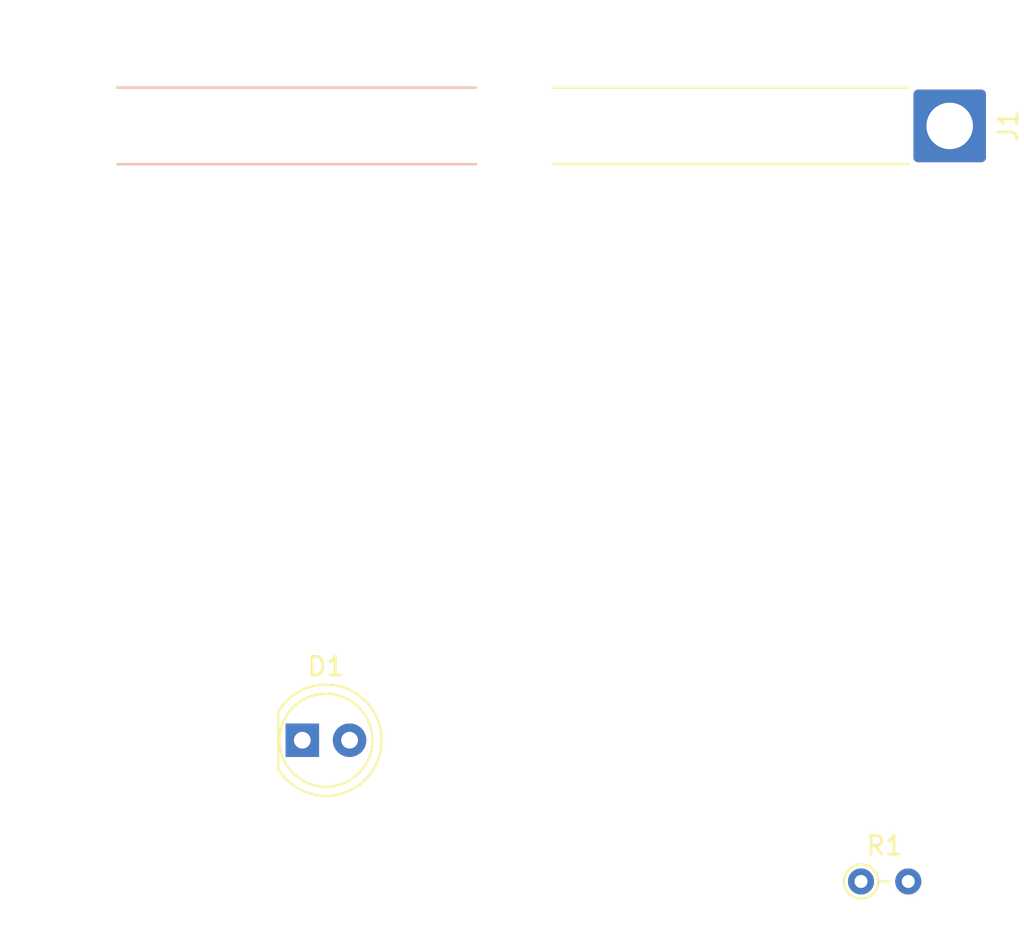
<source format=kicad_pcb>
(kicad_pcb (version 20171130) (host pcbnew "(5.1.7)-1")

  (general
    (thickness 1.6)
    (drawings 0)
    (tracks 0)
    (zones 0)
    (modules 3)
    (nets 4)
  )

  (page A4)
  (layers
    (0 F.Cu signal)
    (31 B.Cu signal)
    (32 B.Adhes user)
    (33 F.Adhes user)
    (34 B.Paste user)
    (35 F.Paste user)
    (36 B.SilkS user)
    (37 F.SilkS user)
    (38 B.Mask user)
    (39 F.Mask user)
    (40 Dwgs.User user)
    (41 Cmts.User user)
    (42 Eco1.User user)
    (43 Eco2.User user)
    (44 Edge.Cuts user)
    (45 Margin user)
    (46 B.CrtYd user)
    (47 F.CrtYd user)
    (48 B.Fab user)
    (49 F.Fab user)
  )

  (setup
    (last_trace_width 0.25)
    (trace_clearance 0.2)
    (zone_clearance 0.508)
    (zone_45_only no)
    (trace_min 0.2)
    (via_size 0.8)
    (via_drill 0.4)
    (via_min_size 0.4)
    (via_min_drill 0.3)
    (uvia_size 0.3)
    (uvia_drill 0.1)
    (uvias_allowed no)
    (uvia_min_size 0.2)
    (uvia_min_drill 0.1)
    (edge_width 0.05)
    (segment_width 0.2)
    (pcb_text_width 0.3)
    (pcb_text_size 1.5 1.5)
    (mod_edge_width 0.12)
    (mod_text_size 1 1)
    (mod_text_width 0.15)
    (pad_size 1.524 1.524)
    (pad_drill 0.762)
    (pad_to_mask_clearance 0)
    (aux_axis_origin 0 0)
    (visible_elements FFFFFF7F)
    (pcbplotparams
      (layerselection 0x010fc_ffffffff)
      (usegerberextensions false)
      (usegerberattributes true)
      (usegerberadvancedattributes true)
      (creategerberjobfile true)
      (excludeedgelayer true)
      (linewidth 0.100000)
      (plotframeref false)
      (viasonmask false)
      (mode 1)
      (useauxorigin false)
      (hpglpennumber 1)
      (hpglpenspeed 20)
      (hpglpendiameter 15.000000)
      (psnegative false)
      (psa4output false)
      (plotreference true)
      (plotvalue true)
      (plotinvisibletext false)
      (padsonsilk false)
      (subtractmaskfromsilk false)
      (outputformat 1)
      (mirror false)
      (drillshape 1)
      (scaleselection 1)
      (outputdirectory ""))
  )

  (net 0 "")
  (net 1 GND)
  (net 2 "Net-(D1-Pad2)")
  (net 3 "Net-(J1-Pad1)")

  (net_class Default "This is the default net class."
    (clearance 0.2)
    (trace_width 0.25)
    (via_dia 0.8)
    (via_drill 0.4)
    (uvia_dia 0.3)
    (uvia_drill 0.1)
    (add_net GND)
    (add_net "Net-(D1-Pad2)")
    (add_net "Net-(J1-Pad1)")
  )

  (module LED_THT:LED_D5.0mm (layer F.Cu) (tedit 5995936A) (tstamp 5F9634E4)
    (at 118.364 90.678)
    (descr "LED, diameter 5.0mm, 2 pins, http://cdn-reichelt.de/documents/datenblatt/A500/LL-504BC2E-009.pdf")
    (tags "LED diameter 5.0mm 2 pins")
    (path /5F95E52D)
    (fp_text reference D1 (at 1.27 -3.96) (layer F.SilkS)
      (effects (font (size 1 1) (thickness 0.15)))
    )
    (fp_text value LED (at 1.27 3.96) (layer F.Fab)
      (effects (font (size 1 1) (thickness 0.15)))
    )
    (fp_line (start 4.5 -3.25) (end -1.95 -3.25) (layer F.CrtYd) (width 0.05))
    (fp_line (start 4.5 3.25) (end 4.5 -3.25) (layer F.CrtYd) (width 0.05))
    (fp_line (start -1.95 3.25) (end 4.5 3.25) (layer F.CrtYd) (width 0.05))
    (fp_line (start -1.95 -3.25) (end -1.95 3.25) (layer F.CrtYd) (width 0.05))
    (fp_line (start -1.29 -1.545) (end -1.29 1.545) (layer F.SilkS) (width 0.12))
    (fp_line (start -1.23 -1.469694) (end -1.23 1.469694) (layer F.Fab) (width 0.1))
    (fp_circle (center 1.27 0) (end 3.77 0) (layer F.SilkS) (width 0.12))
    (fp_circle (center 1.27 0) (end 3.77 0) (layer F.Fab) (width 0.1))
    (fp_arc (start 1.27 0) (end -1.23 -1.469694) (angle 299.1) (layer F.Fab) (width 0.1))
    (fp_arc (start 1.27 0) (end -1.29 -1.54483) (angle 148.9) (layer F.SilkS) (width 0.12))
    (fp_arc (start 1.27 0) (end -1.29 1.54483) (angle -148.9) (layer F.SilkS) (width 0.12))
    (fp_text user %R (at 1.25 0) (layer F.Fab)
      (effects (font (size 0.8 0.8) (thickness 0.2)))
    )
    (pad 1 thru_hole rect (at 0 0) (size 1.8 1.8) (drill 0.9) (layers *.Cu *.Mask)
      (net 1 GND))
    (pad 2 thru_hole circle (at 2.54 0) (size 1.8 1.8) (drill 0.9) (layers *.Cu *.Mask)
      (net 2 "Net-(D1-Pad2)"))
    (model ${KISYS3DMOD}/LED_THT.3dshapes/LED_D5.0mm.wrl
      (at (xyz 0 0 0))
      (scale (xyz 1 1 1))
      (rotate (xyz 0 0 0))
    )
  )

  (module Connector_Wire:SolderWire-2sqmm_1x01_D2mm_OD3.9mm_Relief2x (layer F.Cu) (tedit 5EB70B45) (tstamp 5F963505)
    (at 153.162 57.658 270)
    (descr "Soldered wire connection with double feed through strain relief, for a single 2 mm² wire, reinforced insulation, conductor diameter 2mm, outer diameter 3.9mm, size source Multi-Contact FLEXI-xV 2.0 (https://ec.staubli.com/AcroFiles/Catalogues/TM_Cab-Main-11014119_(en)_hi.pdf), bend radius 3 times outer diameter, generated with kicad-footprint-generator")
    (tags "connector wire 2sqmm double-strain-relief")
    (path /5F9625B0)
    (attr virtual)
    (fp_text reference J1 (at 0 -3.15 90) (layer F.SilkS)
      (effects (font (size 1 1) (thickness 0.15)))
    )
    (fp_text value Conn_01x01_Male (at 0 50.2 90) (layer F.Fab)
      (effects (font (size 1 1) (thickness 0.15)))
    )
    (fp_line (start 2.7 20.7) (end -2.7 20.7) (layer B.CrtYd) (width 0.05))
    (fp_line (start 2.7 49.5) (end 2.7 20.7) (layer B.CrtYd) (width 0.05))
    (fp_line (start -2.7 49.5) (end 2.7 49.5) (layer B.CrtYd) (width 0.05))
    (fp_line (start -2.7 20.7) (end -2.7 49.5) (layer B.CrtYd) (width 0.05))
    (fp_line (start 2.7 44.1) (end -2.7 44.1) (layer F.CrtYd) (width 0.05))
    (fp_line (start 2.7 49.5) (end 2.7 44.1) (layer F.CrtYd) (width 0.05))
    (fp_line (start -2.7 49.5) (end 2.7 49.5) (layer F.CrtYd) (width 0.05))
    (fp_line (start -2.7 44.1) (end -2.7 49.5) (layer F.CrtYd) (width 0.05))
    (fp_line (start 2.7 -2.45) (end -2.7 -2.45) (layer F.CrtYd) (width 0.05))
    (fp_line (start 2.7 26.1) (end 2.7 -2.45) (layer F.CrtYd) (width 0.05))
    (fp_line (start -2.7 26.1) (end 2.7 26.1) (layer F.CrtYd) (width 0.05))
    (fp_line (start -2.7 -2.45) (end -2.7 26.1) (layer F.CrtYd) (width 0.05))
    (fp_line (start -2.06 25.46) (end -2.06 44.74) (layer B.SilkS) (width 0.12))
    (fp_line (start 2.06 25.46) (end 2.06 44.74) (layer B.SilkS) (width 0.12))
    (fp_line (start -2.06 2.21) (end -2.06 21.34) (layer F.SilkS) (width 0.12))
    (fp_line (start 2.06 2.21) (end 2.06 21.34) (layer F.SilkS) (width 0.12))
    (fp_line (start 1.95 23.4) (end 1.95 46.8) (layer B.Fab) (width 0.1))
    (fp_line (start -1.95 23.4) (end -1.95 46.8) (layer B.Fab) (width 0.1))
    (fp_line (start 1.95 0) (end 1.95 23.4) (layer F.Fab) (width 0.1))
    (fp_line (start -1.95 0) (end -1.95 23.4) (layer F.Fab) (width 0.1))
    (fp_circle (center 0 46.8) (end 1.95 46.8) (layer B.Fab) (width 0.1))
    (fp_circle (center 0 23.4) (end 1.95 23.4) (layer B.Fab) (width 0.1))
    (fp_circle (center 0 46.8) (end 1.95 46.8) (layer F.Fab) (width 0.1))
    (fp_circle (center 0 23.4) (end 1.95 23.4) (layer F.Fab) (width 0.1))
    (fp_circle (center 0 0) (end 1.95 0) (layer F.Fab) (width 0.1))
    (fp_text user %R (at 0 11.7) (layer F.Fab)
      (effects (font (size 1 1) (thickness 0.15)))
    )
    (pad 1 thru_hole roundrect (at 0 0 270) (size 3.9 3.9) (drill 2.5) (layers *.Cu *.Mask) (roundrect_rratio 0.06410299999999999)
      (net 3 "Net-(J1-Pad1)"))
    (pad "" np_thru_hole circle (at 0 23.4 270) (size 4.4 4.4) (drill 4.4) (layers *.Cu *.Mask))
    (pad "" np_thru_hole circle (at 0 46.8 270) (size 4.4 4.4) (drill 4.4) (layers *.Cu *.Mask))
    (model ${KISYS3DMOD}/Connector_Wire.3dshapes/SolderWire-2sqmm_1x01_D2mm_OD3.9mm_Relief2x.wrl
      (at (xyz 0 0 0))
      (scale (xyz 1 1 1))
      (rotate (xyz 0 0 0))
    )
  )

  (module Resistor_THT:R_Axial_DIN0204_L3.6mm_D1.6mm_P2.54mm_Vertical (layer F.Cu) (tedit 5AE5139B) (tstamp 5F963514)
    (at 148.395001 98.271001)
    (descr "Resistor, Axial_DIN0204 series, Axial, Vertical, pin pitch=2.54mm, 0.167W, length*diameter=3.6*1.6mm^2, http://cdn-reichelt.de/documents/datenblatt/B400/1_4W%23YAG.pdf")
    (tags "Resistor Axial_DIN0204 series Axial Vertical pin pitch 2.54mm 0.167W length 3.6mm diameter 1.6mm")
    (path /5F963441)
    (fp_text reference R1 (at 1.27 -1.92) (layer F.SilkS)
      (effects (font (size 1 1) (thickness 0.15)))
    )
    (fp_text value R (at 1.27 1.92) (layer F.Fab)
      (effects (font (size 1 1) (thickness 0.15)))
    )
    (fp_line (start 3.49 -1.05) (end -1.05 -1.05) (layer F.CrtYd) (width 0.05))
    (fp_line (start 3.49 1.05) (end 3.49 -1.05) (layer F.CrtYd) (width 0.05))
    (fp_line (start -1.05 1.05) (end 3.49 1.05) (layer F.CrtYd) (width 0.05))
    (fp_line (start -1.05 -1.05) (end -1.05 1.05) (layer F.CrtYd) (width 0.05))
    (fp_line (start 0.92 0) (end 1.54 0) (layer F.SilkS) (width 0.12))
    (fp_line (start 0 0) (end 2.54 0) (layer F.Fab) (width 0.1))
    (fp_circle (center 0 0) (end 0.92 0) (layer F.SilkS) (width 0.12))
    (fp_circle (center 0 0) (end 0.8 0) (layer F.Fab) (width 0.1))
    (fp_text user %R (at 1.27 -1.92) (layer F.Fab)
      (effects (font (size 1 1) (thickness 0.15)))
    )
    (pad 1 thru_hole circle (at 0 0) (size 1.4 1.4) (drill 0.7) (layers *.Cu *.Mask)
      (net 2 "Net-(D1-Pad2)"))
    (pad 2 thru_hole oval (at 2.54 0) (size 1.4 1.4) (drill 0.7) (layers *.Cu *.Mask)
      (net 3 "Net-(J1-Pad1)"))
    (model ${KISYS3DMOD}/Resistor_THT.3dshapes/R_Axial_DIN0204_L3.6mm_D1.6mm_P2.54mm_Vertical.wrl
      (at (xyz 0 0 0))
      (scale (xyz 1 1 1))
      (rotate (xyz 0 0 0))
    )
  )

)

</source>
